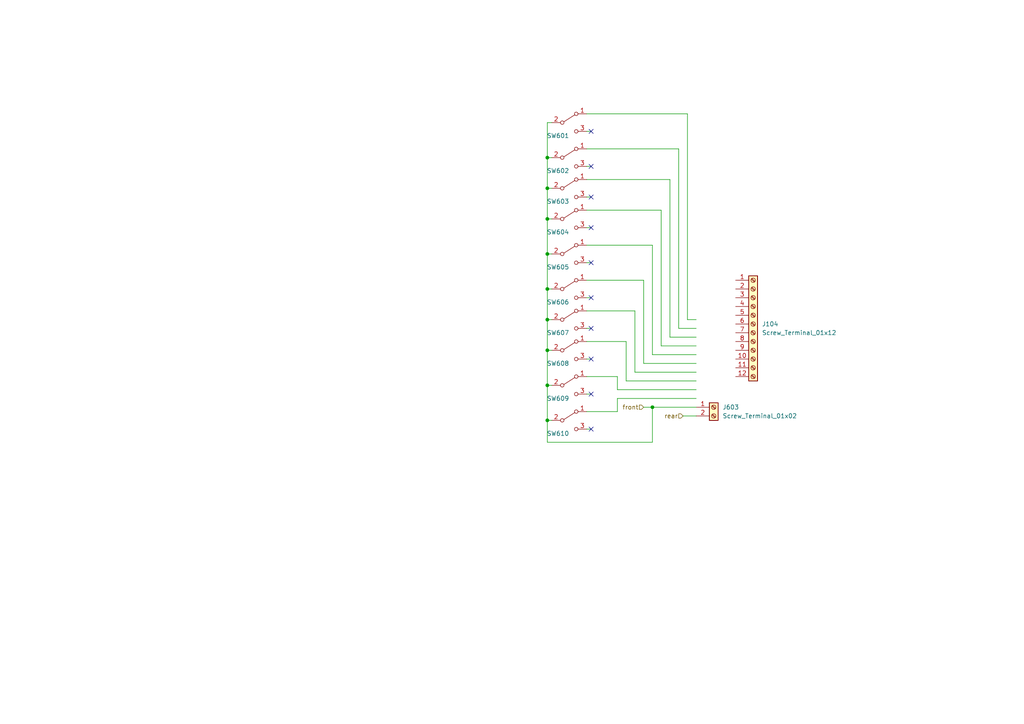
<source format=kicad_sch>
(kicad_sch (version 20230121) (generator eeschema)
  (paper "A4")
  (lib_symbols
    (symbol "Connector:Screw_Terminal_01x02" (pin_names (offset 1.016) hide)
      (property "Reference" "J" (at 0 2.54 0))
      (property "Value" "Screw_Terminal_01x02" (at 0 -5.08 0))
      (symbol "Screw_Terminal_01x02_1_1"
        (rectangle (start -1.27 1.27) (end 1.27 -3.81) (stroke (width 0.254)) (fill (type background)))
        (circle (center 0 -2.54) (radius 0.635) (stroke (width 0.1524)))
        (polyline (pts (xy -0.5334 -2.2098) (xy 0.3302 -3.048)) (stroke (width 0.1524)))
        (polyline (pts (xy -0.5334 0.3302) (xy 0.3302 -0.508)) (stroke (width 0.1524)))
        (polyline (pts (xy -0.3556 -2.032) (xy 0.508 -2.8702)) (stroke (width 0.1524)))
        (polyline (pts (xy -0.3556 0.508) (xy 0.508 -0.3302)) (stroke (width 0.1524)))
        (circle (center 0 0) (radius 0.635) (stroke (width 0.1524)))
        (pin passive line (at -5.08 0 0) (length 3.81) (name "Pin_1") (number "1"))
        (pin passive line (at -5.08 -2.54 0) (length 3.81) (name "Pin_2") (number "2"))
      )
    )
    (symbol "Connector:Screw_Terminal_01x12" (pin_names (offset 1.016) hide)
      (property "Reference" "J" (at 0 15.24 0))
      (property "Value" "Screw_Terminal_01x12" (at 0 -17.78 0))
      (symbol "Screw_Terminal_01x12_1_1"
        (rectangle (start -1.27 13.97) (end 1.27 -16.51) (stroke (width 0.254)) (fill (type background)))
        (circle (center 0 -15.24) (radius 0.635) (stroke (width 0.1524)))
        (circle (center 0 -12.7) (radius 0.635) (stroke (width 0.1524)))
        (circle (center 0 -10.16) (radius 0.635) (stroke (width 0.1524)))
        (circle (center 0 -7.62) (radius 0.635) (stroke (width 0.1524)))
        (circle (center 0 -5.08) (radius 0.635) (stroke (width 0.1524)))
        (circle (center 0 -2.54) (radius 0.635) (stroke (width 0.1524)))
        (polyline (pts (xy -0.5334 -14.9098) (xy 0.3302 -15.748)) (stroke (width 0.1524)))
        (polyline (pts (xy -0.5334 -12.3698) (xy 0.3302 -13.208)) (stroke (width 0.1524)))
        (polyline (pts (xy -0.5334 -9.8298) (xy 0.3302 -10.668)) (stroke (width 0.1524)))
        (polyline (pts (xy -0.5334 -7.2898) (xy 0.3302 -8.128)) (stroke (width 0.1524)))
        (polyline (pts (xy -0.5334 -4.7498) (xy 0.3302 -5.588)) (stroke (width 0.1524)))
        (polyline (pts (xy -0.5334 -2.2098) (xy 0.3302 -3.048)) (stroke (width 0.1524)))
        (polyline (pts (xy -0.5334 0.3302) (xy 0.3302 -0.508)) (stroke (width 0.1524)))
        (polyline (pts (xy -0.5334 2.8702) (xy 0.3302 2.032)) (stroke (width 0.1524)))
        (polyline (pts (xy -0.5334 5.4102) (xy 0.3302 4.572)) (stroke (width 0.1524)))
        (polyline (pts (xy -0.5334 7.9502) (xy 0.3302 7.112)) (stroke (width 0.1524)))
        (polyline (pts (xy -0.5334 10.4902) (xy 0.3302 9.652)) (stroke (width 0.1524)))
        (polyline (pts (xy -0.5334 13.0302) (xy 0.3302 12.192)) (stroke (width 0.1524)))
        (polyline (pts (xy -0.3556 -14.732) (xy 0.508 -15.5702)) (stroke (width 0.1524)))
        (polyline (pts (xy -0.3556 -12.192) (xy 0.508 -13.0302)) (stroke (width 0.1524)))
        (polyline (pts (xy -0.3556 -9.652) (xy 0.508 -10.4902)) (stroke (width 0.1524)))
        (polyline (pts (xy -0.3556 -7.112) (xy 0.508 -7.9502)) (stroke (width 0.1524)))
        (polyline (pts (xy -0.3556 -4.572) (xy 0.508 -5.4102)) (stroke (width 0.1524)))
        (polyline (pts (xy -0.3556 -2.032) (xy 0.508 -2.8702)) (stroke (width 0.1524)))
        (polyline (pts (xy -0.3556 0.508) (xy 0.508 -0.3302)) (stroke (width 0.1524)))
        (polyline (pts (xy -0.3556 3.048) (xy 0.508 2.2098)) (stroke (width 0.1524)))
        (polyline (pts (xy -0.3556 5.588) (xy 0.508 4.7498)) (stroke (width 0.1524)))
        (polyline (pts (xy -0.3556 8.128) (xy 0.508 7.2898)) (stroke (width 0.1524)))
        (polyline (pts (xy -0.3556 10.668) (xy 0.508 9.8298)) (stroke (width 0.1524)))
        (polyline (pts (xy -0.3556 13.208) (xy 0.508 12.3698)) (stroke (width 0.1524)))
        (circle (center 0 0) (radius 0.635) (stroke (width 0.1524)))
        (circle (center 0 2.54) (radius 0.635) (stroke (width 0.1524)))
        (circle (center 0 5.08) (radius 0.635) (stroke (width 0.1524)))
        (circle (center 0 7.62) (radius 0.635) (stroke (width 0.1524)))
        (circle (center 0 10.16) (radius 0.635) (stroke (width 0.1524)))
        (circle (center 0 12.7) (radius 0.635) (stroke (width 0.1524)))
        (pin passive line (at -5.08 12.7 0) (length 3.81) (name "Pin_1") (number "1"))
        (pin passive line (at -5.08 -10.16 0) (length 3.81) (name "Pin_10") (number "10"))
        (pin passive line (at -5.08 -12.7 0) (length 3.81) (name "Pin_11") (number "11"))
        (pin passive line (at -5.08 -15.24 0) (length 3.81) (name "Pin_12") (number "12"))
        (pin passive line (at -5.08 10.16 0) (length 3.81) (name "Pin_2") (number "2"))
        (pin passive line (at -5.08 7.62 0) (length 3.81) (name "Pin_3") (number "3"))
        (pin passive line (at -5.08 5.08 0) (length 3.81) (name "Pin_4") (number "4"))
        (pin passive line (at -5.08 2.54 0) (length 3.81) (name "Pin_5") (number "5"))
        (pin passive line (at -5.08 0 0) (length 3.81) (name "Pin_6") (number "6"))
        (pin passive line (at -5.08 -2.54 0) (length 3.81) (name "Pin_7") (number "7"))
        (pin passive line (at -5.08 -5.08 0) (length 3.81) (name "Pin_8") (number "8"))
        (pin passive line (at -5.08 -7.62 0) (length 3.81) (name "Pin_9") (number "9"))
      )
    )
    (symbol "Switch:SW_SPDT" (pin_names (offset 0) hide)
      (property "Reference" "SW" (at 0 4.318 0))
      (property "Value" "SW_SPDT" (at 0 -5.08 0))
      (symbol "SW_SPDT_0_0"
        (circle (center -2.032 0) (radius 0.508))
        (circle (center 2.032 -2.54) (radius 0.508))
      )
      (symbol "SW_SPDT_0_1"
        (polyline (pts (xy -1.524 0.254) (xy 1.651 2.286)))
        (circle (center 2.032 2.54) (radius 0.508))
      )
      (symbol "SW_SPDT_1_1"
        (pin passive line (at 5.08 2.54 180) (length 2.54) (name "A") (number "1"))
        (pin passive line (at -5.08 0 0) (length 2.54) (name "B") (number "2"))
        (pin passive line (at 5.08 -2.54 180) (length 2.54) (name "C") (number "3"))
      )
    )
  )
  (junction (at 158.75 111.76))
  (junction (at 158.75 73.66))
  (junction (at 158.75 45.72))
  (junction (at 158.75 54.61))
  (junction (at 158.75 121.92))
  (junction (at 158.75 101.6))
  (junction (at 189.23 118.11))
  (junction (at 158.75 83.82))
  (junction (at 158.75 63.5))
  (junction (at 158.75 92.71))
  (no_connect (at 171.45 48.26))
  (no_connect (at 171.45 86.36))
  (no_connect (at 171.45 114.3))
  (no_connect (at 171.45 124.46))
  (no_connect (at 171.45 38.1))
  (no_connect (at 171.45 104.14))
  (no_connect (at 171.45 66.04))
  (no_connect (at 171.45 76.2))
  (no_connect (at 171.45 57.15))
  (no_connect (at 171.45 95.25))
  (wire (pts (xy 158.75 101.6) (xy 158.75 111.76)))
  (wire (pts (xy 158.75 63.5) (xy 158.75 73.66)))
  (wire (pts (xy 158.75 92.71) (xy 160.02 92.71)))
  (wire (pts (xy 184.15 107.95) (xy 201.93 107.95)))
  (wire (pts (xy 189.23 71.12) (xy 189.23 102.87)))
  (wire (pts (xy 158.75 73.66) (xy 160.02 73.66)))
  (wire (pts (xy 179.07 113.03) (xy 179.07 109.22)))
  (wire (pts (xy 158.75 121.92) (xy 160.02 121.92)))
  (wire (pts (xy 158.75 73.66) (xy 158.75 83.82)))
  (wire (pts (xy 170.18 52.07) (xy 194.31 52.07)))
  (wire (pts (xy 199.39 33.02) (xy 199.39 92.71)))
  (wire (pts (xy 170.18 95.25) (xy 171.45 95.25)))
  (wire (pts (xy 179.07 115.57) (xy 201.93 115.57)))
  (wire (pts (xy 170.18 114.3) (xy 171.45 114.3)))
  (wire (pts (xy 189.23 128.27) (xy 158.75 128.27)))
  (wire (pts (xy 170.18 119.38) (xy 179.07 119.38)))
  (wire (pts (xy 196.85 95.25) (xy 201.93 95.25)))
  (wire (pts (xy 181.61 110.49) (xy 201.93 110.49)))
  (wire (pts (xy 158.75 92.71) (xy 158.75 101.6)))
  (wire (pts (xy 170.18 43.18) (xy 196.85 43.18)))
  (wire (pts (xy 170.18 81.28) (xy 186.69 81.28)))
  (wire (pts (xy 194.31 97.79) (xy 201.93 97.79)))
  (wire (pts (xy 170.18 66.04) (xy 171.45 66.04)))
  (wire (pts (xy 170.18 90.17) (xy 184.15 90.17)))
  (wire (pts (xy 158.75 54.61) (xy 160.02 54.61)))
  (wire (pts (xy 189.23 102.87) (xy 201.93 102.87)))
  (wire (pts (xy 158.75 83.82) (xy 160.02 83.82)))
  (wire (pts (xy 198.12 120.65) (xy 201.93 120.65)))
  (wire (pts (xy 158.75 45.72) (xy 160.02 45.72)))
  (wire (pts (xy 181.61 99.06) (xy 181.61 110.49)))
  (wire (pts (xy 158.75 128.27) (xy 158.75 121.92)))
  (wire (pts (xy 186.69 118.11) (xy 189.23 118.11)))
  (wire (pts (xy 158.75 63.5) (xy 160.02 63.5)))
  (wire (pts (xy 170.18 57.15) (xy 171.45 57.15)))
  (wire (pts (xy 158.75 83.82) (xy 158.75 92.71)))
  (wire (pts (xy 158.75 54.61) (xy 158.75 45.72)))
  (wire (pts (xy 191.77 60.96) (xy 191.77 100.33)))
  (wire (pts (xy 170.18 38.1) (xy 171.45 38.1)))
  (wire (pts (xy 191.77 100.33) (xy 201.93 100.33)))
  (wire (pts (xy 170.18 76.2) (xy 171.45 76.2)))
  (wire (pts (xy 186.69 105.41) (xy 201.93 105.41)))
  (wire (pts (xy 199.39 92.71) (xy 201.93 92.71)))
  (wire (pts (xy 189.23 118.11) (xy 189.23 128.27)))
  (wire (pts (xy 179.07 119.38) (xy 179.07 115.57)))
  (wire (pts (xy 196.85 43.18) (xy 196.85 95.25)))
  (wire (pts (xy 201.93 113.03) (xy 179.07 113.03)))
  (wire (pts (xy 170.18 104.14) (xy 171.45 104.14)))
  (wire (pts (xy 170.18 60.96) (xy 191.77 60.96)))
  (wire (pts (xy 170.18 86.36) (xy 171.45 86.36)))
  (wire (pts (xy 158.75 45.72) (xy 158.75 35.56)))
  (wire (pts (xy 184.15 90.17) (xy 184.15 107.95)))
  (wire (pts (xy 158.75 35.56) (xy 160.02 35.56)))
  (wire (pts (xy 158.75 63.5) (xy 158.75 54.61)))
  (wire (pts (xy 158.75 111.76) (xy 160.02 111.76)))
  (wire (pts (xy 170.18 71.12) (xy 189.23 71.12)))
  (wire (pts (xy 170.18 99.06) (xy 181.61 99.06)))
  (wire (pts (xy 158.75 101.6) (xy 160.02 101.6)))
  (wire (pts (xy 194.31 52.07) (xy 194.31 97.79)))
  (wire (pts (xy 158.75 111.76) (xy 158.75 121.92)))
  (wire (pts (xy 189.23 118.11) (xy 201.93 118.11)))
  (wire (pts (xy 186.69 81.28) (xy 186.69 105.41)))
  (wire (pts (xy 170.18 48.26) (xy 171.45 48.26)))
  (wire (pts (xy 170.18 124.46) (xy 171.45 124.46)))
  (wire (pts (xy 170.18 109.22) (xy 179.07 109.22)))
  (wire (pts (xy 170.18 33.02) (xy 199.39 33.02)))
  (hierarchical_label "rear" (shape input) (at 198.12 120.65 180))
  (hierarchical_label "front" (shape input) (at 186.69 118.11 180))
  (symbol (lib_id "Connector:Screw_Terminal_01x02") (at 207.01 118.11 0) (unit 1)
    (property "Reference" "J603" (at 209.55 118.11 0) (effects (justify left)))
    (property "Value" "Screw_Terminal_01x02" (at 209.55 120.65 0) (effects (justify left)))
    (property "Footprint" "TerminalBlock_Phoenix:TerminalBlock_Phoenix_MKDS-1,5-2-5.08_1x02_P5.08mm_Horizontal" (effects hide))
  )
  (symbol (lib_id "Connector:Screw_Terminal_01x12") (at 218.44 93.98 0) (unit 1)
    (property "Reference" "J104" (at 220.98 93.98 0) (effects (justify left)))
    (property "Value" "Screw_Terminal_01x12" (at 220.98 96.52 0) (effects (justify left)))
    (property "Footprint" "TerminalBlock_Phoenix:TerminalBlock_Phoenix_MKDS-1,5-12-5.08_1x12_P5.08mm_Horizontal" (effects hide))
  )
  (symbol (lib_id "Switch:SW_SPDT") (at 165.1 111.76 0) (unit 1)
    (property "Reference" "SW609" (at 165.1 115.57 0) (effects (justify right)))
    (property "Value" "SW_SPDT" (effects hide))
    (property "Footprint" "custom_kicad_lib_sk:MTS_long_lever" (effects hide))
  )
  (symbol (lib_id "Switch:SW_SPDT") (at 165.1 35.56 0) (unit 1)
    (property "Reference" "SW601" (at 165.1 39.37 0) (effects (justify right)))
    (property "Value" "SW_SPDT" (effects hide))
    (property "Footprint" "custom_kicad_lib_sk:MTS_long_lever" (effects hide))
  )
  (symbol (lib_id "Switch:SW_SPDT") (at 165.1 73.66 0) (unit 1)
    (property "Reference" "SW605" (at 165.1 77.47 0) (effects (justify right)))
    (property "Value" "SW_SPDT" (effects hide))
    (property "Footprint" "custom_kicad_lib_sk:MTS_long_lever" (effects hide))
  )
  (symbol (lib_id "Switch:SW_SPDT") (at 165.1 45.72 0) (unit 1)
    (property "Reference" "SW602" (at 165.1 49.53 0) (effects (justify right)))
    (property "Value" "SW_SPDT" (effects hide))
    (property "Footprint" "custom_kicad_lib_sk:MTS_long_lever" (effects hide))
  )
  (symbol (lib_id "Switch:SW_SPDT") (at 165.1 121.92 0) (unit 1)
    (property "Reference" "SW610" (at 165.1 125.73 0) (effects (justify right)))
    (property "Value" "SW_SPDT" (effects hide))
    (property "Footprint" "custom_kicad_lib_sk:MTS_long_lever" (effects hide))
  )
  (symbol (lib_id "Switch:SW_SPDT") (at 165.1 83.82 0) (unit 1)
    (property "Reference" "SW606" (at 165.1 87.63 0) (effects (justify right)))
    (property "Value" "SW_SPDT" (effects hide))
    (property "Footprint" "custom_kicad_lib_sk:MTS_long_lever" (effects hide))
  )
  (symbol (lib_id "Switch:SW_SPDT") (at 165.1 101.6 0) (unit 1)
    (property "Reference" "SW608" (at 165.1 105.41 0) (effects (justify right)))
    (property "Value" "SW_SPDT" (effects hide))
    (property "Footprint" "custom_kicad_lib_sk:MTS_long_lever" (effects hide))
  )
  (symbol (lib_id "Switch:SW_SPDT") (at 165.1 54.61 0) (unit 1)
    (property "Reference" "SW603" (at 165.1 58.42 0) (effects (justify right)))
    (property "Value" "SW_SPDT" (effects hide))
    (property "Footprint" "custom_kicad_lib_sk:MTS_long_lever" (effects hide))
  )
  (symbol (lib_id "Switch:SW_SPDT") (at 165.1 63.5 0) (unit 1)
    (property "Reference" "SW604" (at 165.1 67.31 0) (effects (justify right)))
    (property "Value" "SW_SPDT" (effects hide))
    (property "Footprint" "custom_kicad_lib_sk:MTS_long_lever" (effects hide))
  )
  (symbol (lib_id "Switch:SW_SPDT") (at 165.1 92.71 0) (unit 1)
    (property "Reference" "SW607" (at 165.1 96.52 0) (effects (justify right)))
    (property "Value" "SW_SPDT" (effects hide))
    (property "Footprint" "custom_kicad_lib_sk:MTS_long_lever" (effects hide))
  )
)
</source>
